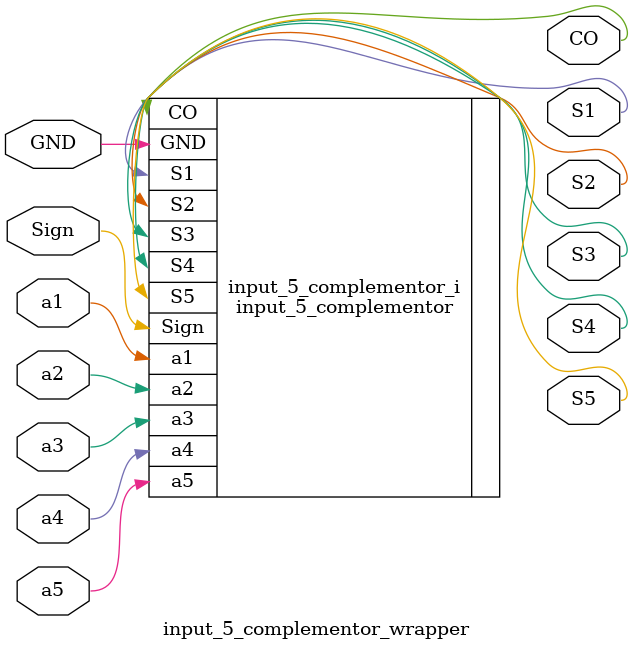
<source format=v>
`timescale 1 ps / 1 ps

module input_5_complementor_wrapper
   (CO,
    GND,
    S1,
    S2,
    S3,
    S4,
    S5,
    Sign,
    a1,
    a2,
    a3,
    a4,
    a5);
  output CO;
  input GND;
  output S1;
  output S2;
  output S3;
  output S4;
  output S5;
  input Sign;
  input a1;
  input a2;
  input a3;
  input a4;
  input a5;

  wire CO;
  wire GND;
  wire S1;
  wire S2;
  wire S3;
  wire S4;
  wire S5;
  wire Sign;
  wire a1;
  wire a2;
  wire a3;
  wire a4;
  wire a5;

  input_5_complementor input_5_complementor_i
       (.CO(CO),
        .GND(GND),
        .S1(S1),
        .S2(S2),
        .S3(S3),
        .S4(S4),
        .S5(S5),
        .Sign(Sign),
        .a1(a1),
        .a2(a2),
        .a3(a3),
        .a4(a4),
        .a5(a5));
endmodule

</source>
